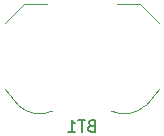
<source format=gbr>
%TF.GenerationSoftware,KiCad,Pcbnew,9.0.5*%
%TF.CreationDate,2025-10-25T12:16:36-07:00*%
%TF.ProjectId,1stproject,31737470-726f-46a6-9563-742e6b696361,rev?*%
%TF.SameCoordinates,Original*%
%TF.FileFunction,Legend,Bot*%
%TF.FilePolarity,Positive*%
%FSLAX46Y46*%
G04 Gerber Fmt 4.6, Leading zero omitted, Abs format (unit mm)*
G04 Created by KiCad (PCBNEW 9.0.5) date 2025-10-25 12:16:36*
%MOMM*%
%LPD*%
G01*
G04 APERTURE LIST*
%ADD10C,0.150000*%
%ADD11C,0.120000*%
G04 APERTURE END LIST*
D10*
X110785714Y-74006009D02*
X110642857Y-74053628D01*
X110642857Y-74053628D02*
X110595238Y-74101247D01*
X110595238Y-74101247D02*
X110547619Y-74196485D01*
X110547619Y-74196485D02*
X110547619Y-74339342D01*
X110547619Y-74339342D02*
X110595238Y-74434580D01*
X110595238Y-74434580D02*
X110642857Y-74482200D01*
X110642857Y-74482200D02*
X110738095Y-74529819D01*
X110738095Y-74529819D02*
X111119047Y-74529819D01*
X111119047Y-74529819D02*
X111119047Y-73529819D01*
X111119047Y-73529819D02*
X110785714Y-73529819D01*
X110785714Y-73529819D02*
X110690476Y-73577438D01*
X110690476Y-73577438D02*
X110642857Y-73625057D01*
X110642857Y-73625057D02*
X110595238Y-73720295D01*
X110595238Y-73720295D02*
X110595238Y-73815533D01*
X110595238Y-73815533D02*
X110642857Y-73910771D01*
X110642857Y-73910771D02*
X110690476Y-73958390D01*
X110690476Y-73958390D02*
X110785714Y-74006009D01*
X110785714Y-74006009D02*
X111119047Y-74006009D01*
X110261904Y-73529819D02*
X109690476Y-73529819D01*
X109976190Y-74529819D02*
X109976190Y-73529819D01*
X108833333Y-74529819D02*
X109404761Y-74529819D01*
X109119047Y-74529819D02*
X109119047Y-73529819D01*
X109119047Y-73529819D02*
X109214285Y-73672676D01*
X109214285Y-73672676D02*
X109309523Y-73767914D01*
X109309523Y-73767914D02*
X109404761Y-73815533D01*
D11*
%TO.C,BT1*%
X103450000Y-70925000D02*
X104600000Y-72275000D01*
X105100000Y-63675000D02*
X103450000Y-65325000D01*
X105100000Y-63675000D02*
X107000000Y-63675000D01*
X114900000Y-63675000D02*
X113000000Y-63675000D01*
X116550000Y-65325000D02*
X114900000Y-63675000D01*
X116550000Y-70925000D02*
X115400000Y-72275000D01*
X107498306Y-72771459D02*
G75*
G02*
X104600000Y-72275000I-1098306J2296459D01*
G01*
X115400000Y-72275000D02*
G75*
G02*
X112504098Y-72772607I-1800000J1800000D01*
G01*
%TD*%
M02*

</source>
